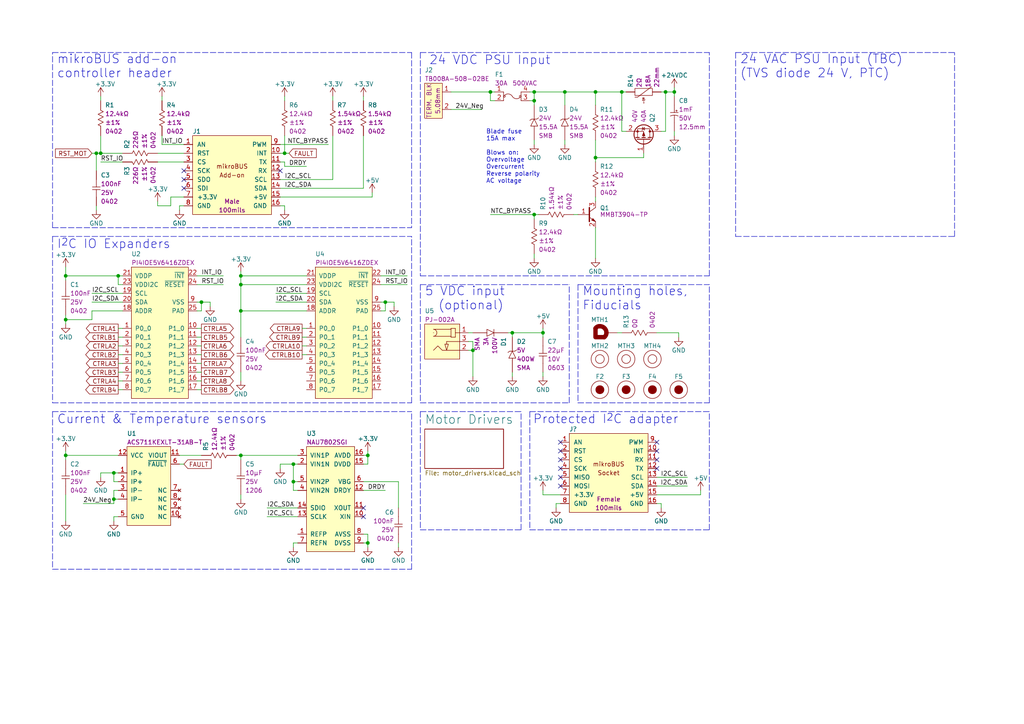
<source format=kicad_sch>
(kicad_sch (version 20211123) (generator eeschema)
  (paper "A4")
  (title_block (title "${title}") (date "${year}-${month}-${day}") (rev "${rev}") (company "${company}") (comment 1 "${author}"))
  (junction (at 142.24 26.67))
  (junction (at 19.05 92.71))
  (junction (at 154.94 26.67))
  (junction (at 27.94 44.45))
  (junction (at 180.34 26.67))
  (junction (at 82.55 44.45))
  (junction (at 163.83 26.67))
  (junction (at 85.09 134.62))
  (junction (at 85.09 139.7))
  (junction (at 137.16 101.6))
  (junction (at 29.21 44.45))
  (junction (at 111.76 87.63))
  (junction (at 154.94 29.21))
  (junction (at 33.02 137.16))
  (junction (at 195.58 26.67))
  (junction (at 34.29 80.01))
  (junction (at 69.85 132.08))
  (junction (at 69.85 90.17))
  (junction (at 148.59 96.52))
  (junction (at 19.05 132.08))
  (junction (at 106.68 157.48))
  (junction (at 193.04 26.67))
  (junction (at 58.42 87.63))
  (junction (at 33.02 144.78))
  (junction (at 172.72 26.67))
  (junction (at 157.48 96.52))
  (junction (at 69.85 82.55))
  (junction (at 19.05 80.01))
  (junction (at 106.68 132.08))
  (junction (at 154.94 62.23))
  (junction (at 69.85 80.01))
  (junction (at 172.72 45.72))
  (no_connect (at 81.28 49.53))
  (no_connect (at 162.56 135.89))
  (no_connect (at 190.5 135.89))
  (no_connect (at 162.56 128.27))
  (no_connect (at 53.34 54.61))
  (no_connect (at 162.56 140.97))
  (no_connect (at 190.5 133.35))
  (no_connect (at 162.56 130.81))
  (no_connect (at 105.41 147.32))
  (no_connect (at 190.5 128.27))
  (no_connect (at 53.34 52.07))
  (no_connect (at 162.56 133.35))
  (no_connect (at 190.5 130.81))
  (no_connect (at 162.56 138.43))
  (no_connect (at 53.34 49.53))
  (no_connect (at 105.41 149.86))
  (wire (pts (xy 81.28 41.91) (xy 95.25 41.91)))
  (wire (pts (xy 82.55 27.94) (xy 82.55 29.21)))
  (wire (pts (xy 85.09 142.24) (xy 86.36 142.24)))
  (wire (pts (xy 130.81 31.75) (xy 139.7 31.75)))
  (wire (pts (xy 86.36 139.7) (xy 85.09 139.7)))
  (polyline (pts (xy 121.92 15.24) (xy 205.74 15.24)))
  (wire (pts (xy 34.29 149.86) (xy 33.02 149.86)))
  (wire (pts (xy 137.16 99.06) (xy 137.16 101.6)))
  (wire (pts (xy 45.72 59.69) (xy 49.53 59.69)))
  (wire (pts (xy 69.85 132.08) (xy 68.58 132.08)))
  (wire (pts (xy 142.24 26.67) (xy 143.51 26.67)))
  (wire (pts (xy 85.09 139.7) (xy 85.09 142.24)))
  (polyline (pts (xy 213.36 15.24) (xy 276.86 15.24)))
  (wire (pts (xy 190.5 138.43) (xy 199.39 138.43)))
  (wire (pts (xy 191.77 26.67) (xy 193.04 26.67)))
  (wire (pts (xy 105.41 142.24) (xy 111.76 142.24)))
  (wire (pts (xy 114.3 87.63) (xy 114.3 88.9)))
  (wire (pts (xy 85.09 134.62) (xy 85.09 139.7)))
  (wire (pts (xy 181.61 38.1) (xy 180.34 38.1)))
  (wire (pts (xy 172.72 26.67) (xy 172.72 30.48)))
  (wire (pts (xy 45.72 59.69) (xy 45.72 58.42)))
  (polyline (pts (xy 15.24 119.38) (xy 119.38 119.38)))
  (wire (pts (xy 77.47 149.86) (xy 86.36 149.86)))
  (wire (pts (xy 81.28 59.69) (xy 82.55 59.69)))
  (wire (pts (xy 26.67 44.45) (xy 27.94 44.45)))
  (wire (pts (xy 154.94 40.64) (xy 154.94 41.91)))
  (wire (pts (xy 135.89 101.6) (xy 137.16 101.6)))
  (wire (pts (xy 58.42 110.49) (xy 57.15 110.49)))
  (wire (pts (xy 193.04 26.67) (xy 195.58 26.67)))
  (wire (pts (xy 154.94 26.67) (xy 163.83 26.67)))
  (wire (pts (xy 33.02 144.78) (xy 34.29 144.78)))
  (wire (pts (xy 34.29 107.95) (xy 35.56 107.95)))
  (wire (pts (xy 115.57 157.48) (xy 115.57 158.75)))
  (wire (pts (xy 33.02 144.78) (xy 33.02 146.05)))
  (polyline (pts (xy 213.36 15.24) (xy 213.36 68.58)))
  (wire (pts (xy 106.68 130.81) (xy 106.68 132.08)))
  (wire (pts (xy 111.76 87.63) (xy 114.3 87.63)))
  (wire (pts (xy 60.96 87.63) (xy 60.96 88.9)))
  (wire (pts (xy 195.58 25.4) (xy 195.58 26.67)))
  (wire (pts (xy 162.56 146.05) (xy 161.29 146.05)))
  (wire (pts (xy 34.29 80.01) (xy 34.29 82.55)))
  (wire (pts (xy 196.85 96.52) (xy 196.85 97.79)))
  (wire (pts (xy 163.83 40.64) (xy 163.83 41.91)))
  (wire (pts (xy 82.55 44.45) (xy 83.82 44.45)))
  (polyline (pts (xy 15.24 66.04) (xy 15.24 15.24)))
  (wire (pts (xy 157.48 143.51) (xy 157.48 142.24)))
  (wire (pts (xy 69.85 107.95) (xy 69.85 110.49)))
  (wire (pts (xy 142.24 62.23) (xy 154.94 62.23)))
  (wire (pts (xy 157.48 96.52) (xy 157.48 97.79)))
  (wire (pts (xy 45.72 44.45) (xy 53.34 44.45)))
  (wire (pts (xy 29.21 137.16) (xy 29.21 138.43)))
  (wire (pts (xy 77.47 147.32) (xy 86.36 147.32)))
  (wire (pts (xy 111.76 90.17) (xy 111.76 87.63)))
  (wire (pts (xy 203.2 143.51) (xy 203.2 142.24)))
  (wire (pts (xy 69.85 133.35) (xy 69.85 132.08)))
  (wire (pts (xy 34.29 102.87) (xy 35.56 102.87)))
  (wire (pts (xy 88.9 82.55) (xy 69.85 82.55)))
  (wire (pts (xy 147.32 96.52) (xy 148.59 96.52)))
  (wire (pts (xy 81.28 52.07) (xy 96.52 52.07)))
  (wire (pts (xy 19.05 143.51) (xy 19.05 151.13)))
  (wire (pts (xy 34.29 139.7) (xy 33.02 139.7)))
  (wire (pts (xy 34.29 80.01) (xy 35.56 80.01)))
  (wire (pts (xy 69.85 90.17) (xy 69.85 82.55)))
  (wire (pts (xy 87.63 102.87) (xy 88.9 102.87)))
  (wire (pts (xy 143.51 29.21) (xy 142.24 29.21)))
  (wire (pts (xy 190.5 140.97) (xy 199.39 140.97)))
  (polyline (pts (xy 165.1 116.84) (xy 165.1 82.55)))
  (wire (pts (xy 33.02 137.16) (xy 34.29 137.16)))
  (polyline (pts (xy 205.74 116.84) (xy 205.74 82.55)))
  (polyline (pts (xy 153.67 119.38) (xy 153.67 153.67)))
  (wire (pts (xy 148.59 96.52) (xy 148.59 97.79)))
  (wire (pts (xy 81.28 46.99) (xy 82.55 46.99)))
  (wire (pts (xy 19.05 92.71) (xy 19.05 93.98)))
  (wire (pts (xy 58.42 95.25) (xy 57.15 95.25)))
  (wire (pts (xy 82.55 48.26) (xy 82.55 46.99)))
  (wire (pts (xy 87.63 100.33) (xy 88.9 100.33)))
  (wire (pts (xy 88.9 80.01) (xy 69.85 80.01)))
  (wire (pts (xy 49.53 57.15) (xy 49.53 59.69)))
  (wire (pts (xy 186.69 45.72) (xy 172.72 45.72)))
  (wire (pts (xy 34.29 100.33) (xy 35.56 100.33)))
  (polyline (pts (xy 121.92 119.38) (xy 121.92 153.67)))
  (wire (pts (xy 35.56 90.17) (xy 26.67 90.17)))
  (polyline (pts (xy 15.24 15.24) (xy 119.38 15.24)))
  (wire (pts (xy 29.21 46.99) (xy 35.56 46.99)))
  (wire (pts (xy 53.34 57.15) (xy 49.53 57.15)))
  (polyline (pts (xy 121.92 80.01) (xy 205.74 80.01)))
  (wire (pts (xy 191.77 38.1) (xy 193.04 38.1)))
  (polyline (pts (xy 121.92 119.38) (xy 151.13 119.38)))
  (polyline (pts (xy 153.67 119.38) (xy 205.74 119.38)))
  (wire (pts (xy 154.94 26.67) (xy 154.94 29.21)))
  (wire (pts (xy 81.28 44.45) (xy 82.55 44.45)))
  (wire (pts (xy 86.36 134.62) (xy 85.09 134.62)))
  (wire (pts (xy 69.85 90.17) (xy 88.9 90.17)))
  (polyline (pts (xy 151.13 153.67) (xy 151.13 119.38)))
  (wire (pts (xy 105.41 39.37) (xy 105.41 54.61)))
  (wire (pts (xy 153.67 26.67) (xy 154.94 26.67)))
  (wire (pts (xy 19.05 133.35) (xy 19.05 132.08)))
  (wire (pts (xy 85.09 134.62) (xy 81.28 134.62)))
  (wire (pts (xy 161.29 146.05) (xy 161.29 147.32)))
  (wire (pts (xy 57.15 90.17) (xy 58.42 90.17)))
  (wire (pts (xy 52.07 132.08) (xy 58.42 132.08)))
  (polyline (pts (xy 276.86 68.58) (xy 276.86 15.24)))
  (wire (pts (xy 105.41 154.94) (xy 106.68 154.94)))
  (wire (pts (xy 172.72 26.67) (xy 180.34 26.67)))
  (wire (pts (xy 106.68 157.48) (xy 106.68 158.75)))
  (polyline (pts (xy 205.74 153.67) (xy 205.74 119.38)))
  (wire (pts (xy 86.36 157.48) (xy 85.09 157.48)))
  (wire (pts (xy 52.07 134.62) (xy 53.34 134.62)))
  (wire (pts (xy 110.49 90.17) (xy 111.76 90.17)))
  (wire (pts (xy 190.5 143.51) (xy 203.2 143.51)))
  (wire (pts (xy 35.56 82.55) (xy 34.29 82.55)))
  (wire (pts (xy 26.67 85.09) (xy 35.56 85.09)))
  (polyline (pts (xy 121.92 15.24) (xy 121.92 80.01)))
  (wire (pts (xy 179.07 96.52) (xy 180.34 96.52)))
  (polyline (pts (xy 121.92 116.84) (xy 165.1 116.84)))
  (polyline (pts (xy 167.64 82.55) (xy 205.74 82.55)))
  (wire (pts (xy 157.48 107.95) (xy 157.48 109.22)))
  (wire (pts (xy 110.49 87.63) (xy 111.76 87.63)))
  (polyline (pts (xy 119.38 116.84) (xy 119.38 68.58)))
  (polyline (pts (xy 121.92 153.67) (xy 151.13 153.67)))
  (wire (pts (xy 81.28 134.62) (xy 81.28 135.89)))
  (wire (pts (xy 19.05 130.81) (xy 19.05 132.08)))
  (wire (pts (xy 27.94 59.69) (xy 27.94 60.96)))
  (wire (pts (xy 19.05 80.01) (xy 19.05 77.47)))
  (wire (pts (xy 135.89 96.52) (xy 137.16 96.52)))
  (wire (pts (xy 82.55 59.69) (xy 82.55 60.96)))
  (wire (pts (xy 57.15 87.63) (xy 58.42 87.63)))
  (wire (pts (xy 34.29 95.25) (xy 35.56 95.25)))
  (wire (pts (xy 190.5 146.05) (xy 191.77 146.05)))
  (wire (pts (xy 195.58 27.94) (xy 195.58 26.67)))
  (wire (pts (xy 69.85 132.08) (xy 86.36 132.08)))
  (wire (pts (xy 29.21 44.45) (xy 35.56 44.45)))
  (wire (pts (xy 19.05 92.71) (xy 26.67 92.71)))
  (polyline (pts (xy 15.24 119.38) (xy 15.24 165.1)))
  (wire (pts (xy 19.05 80.01) (xy 34.29 80.01)))
  (wire (pts (xy 148.59 96.52) (xy 157.48 96.52)))
  (wire (pts (xy 190.5 96.52) (xy 196.85 96.52)))
  (wire (pts (xy 19.05 91.44) (xy 19.05 92.71)))
  (wire (pts (xy 34.29 142.24) (xy 33.02 142.24)))
  (wire (pts (xy 195.58 38.1) (xy 195.58 39.37)))
  (wire (pts (xy 34.29 113.03) (xy 35.56 113.03)))
  (wire (pts (xy 96.52 27.94) (xy 96.52 29.21)))
  (wire (pts (xy 154.94 73.66) (xy 154.94 74.93)))
  (polyline (pts (xy 121.92 82.55) (xy 165.1 82.55)))
  (wire (pts (xy 33.02 139.7) (xy 33.02 137.16)))
  (wire (pts (xy 148.59 107.95) (xy 148.59 109.22)))
  (wire (pts (xy 163.83 26.67) (xy 163.83 30.48)))
  (wire (pts (xy 58.42 113.03) (xy 57.15 113.03)))
  (wire (pts (xy 19.05 81.28) (xy 19.05 80.01)))
  (wire (pts (xy 172.72 66.04) (xy 172.72 74.93)))
  (wire (pts (xy 45.72 46.99) (xy 53.34 46.99)))
  (wire (pts (xy 46.99 27.94) (xy 46.99 29.21)))
  (wire (pts (xy 142.24 29.21) (xy 142.24 26.67)))
  (wire (pts (xy 27.94 49.53) (xy 27.94 44.45)))
  (wire (pts (xy 157.48 95.25) (xy 157.48 96.52)))
  (wire (pts (xy 193.04 26.67) (xy 193.04 38.1)))
  (wire (pts (xy 180.34 26.67) (xy 181.61 26.67)))
  (wire (pts (xy 154.94 29.21) (xy 154.94 30.48)))
  (polyline (pts (xy 119.38 165.1) (xy 119.38 119.38)))
  (wire (pts (xy 87.63 95.25) (xy 88.9 95.25)))
  (wire (pts (xy 19.05 132.08) (xy 34.29 132.08)))
  (wire (pts (xy 130.81 26.67) (xy 142.24 26.67)))
  (wire (pts (xy 105.41 132.08) (xy 106.68 132.08)))
  (wire (pts (xy 69.85 90.17) (xy 69.85 97.79)))
  (polyline (pts (xy 167.64 116.84) (xy 205.74 116.84)))
  (wire (pts (xy 106.68 154.94) (xy 106.68 157.48)))
  (wire (pts (xy 85.09 157.48) (xy 85.09 158.75)))
  (wire (pts (xy 58.42 87.63) (xy 60.96 87.63)))
  (wire (pts (xy 172.72 45.72) (xy 172.72 46.99)))
  (wire (pts (xy 58.42 105.41) (xy 57.15 105.41)))
  (wire (pts (xy 154.94 62.23) (xy 156.21 62.23)))
  (wire (pts (xy 105.41 134.62) (xy 106.68 134.62)))
  (wire (pts (xy 81.28 54.61) (xy 105.41 54.61)))
  (wire (pts (xy 105.41 157.48) (xy 106.68 157.48)))
  (wire (pts (xy 135.89 99.06) (xy 137.16 99.06)))
  (wire (pts (xy 154.94 62.23) (xy 154.94 63.5)))
  (polyline (pts (xy 213.36 68.58) (xy 276.86 68.58)))
  (wire (pts (xy 80.01 87.63) (xy 88.9 87.63)))
  (wire (pts (xy 26.67 87.63) (xy 35.56 87.63)))
  (wire (pts (xy 33.02 142.24) (xy 33.02 144.78)))
  (wire (pts (xy 180.34 26.67) (xy 180.34 38.1)))
  (wire (pts (xy 57.15 80.01) (xy 64.77 80.01)))
  (wire (pts (xy 110.49 82.55) (xy 118.11 82.55)))
  (polyline (pts (xy 15.24 68.58) (xy 119.38 68.58)))
  (polyline (pts (xy 119.38 15.24) (xy 119.38 66.04)))
  (wire (pts (xy 172.72 45.72) (xy 172.72 40.64)))
  (wire (pts (xy 110.49 80.01) (xy 118.11 80.01)))
  (wire (pts (xy 33.02 149.86) (xy 33.02 151.13)))
  (wire (pts (xy 87.63 97.79) (xy 88.9 97.79)))
  (polyline (pts (xy 121.92 82.55) (xy 121.92 116.84)))
  (wire (pts (xy 58.42 100.33) (xy 57.15 100.33)))
  (wire (pts (xy 24.13 146.05) (xy 33.02 146.05)))
  (wire (pts (xy 82.55 48.26) (xy 88.9 48.26)))
  (wire (pts (xy 105.41 27.94) (xy 105.41 29.21)))
  (wire (pts (xy 57.15 82.55) (xy 64.77 82.55)))
  (wire (pts (xy 69.85 143.51) (xy 69.85 144.78)))
  (wire (pts (xy 137.16 101.6) (xy 137.16 109.22)))
  (polyline (pts (xy 153.67 153.67) (xy 205.74 153.67)))
  (polyline (pts (xy 15.24 66.04) (xy 119.38 66.04)))
  (wire (pts (xy 34.29 110.49) (xy 35.56 110.49)))
  (polyline (pts (xy 205.74 80.01) (xy 205.74 15.24)))
  (polyline (pts (xy 15.24 116.84) (xy 119.38 116.84)))
  (wire (pts (xy 96.52 39.37) (xy 96.52 52.07)))
  (wire (pts (xy 52.07 60.96) (xy 52.07 59.69)))
  (wire (pts (xy 58.42 102.87) (xy 57.15 102.87)))
  (polyline (pts (xy 167.64 82.55) (xy 167.64 116.84)))
  (wire (pts (xy 46.99 39.37) (xy 46.99 41.91)))
  (wire (pts (xy 106.68 134.62) (xy 106.68 132.08)))
  (wire (pts (xy 81.28 57.15) (xy 107.95 57.15)))
  (wire (pts (xy 186.69 44.45) (xy 186.69 45.72)))
  (polyline (pts (xy 15.24 165.1) (xy 119.38 165.1)))
  (wire (pts (xy 52.07 59.69) (xy 53.34 59.69)))
  (wire (pts (xy 29.21 27.94) (xy 29.21 29.21)))
  (wire (pts (xy 58.42 107.95) (xy 57.15 107.95)))
  (wire (pts (xy 69.85 80.01) (xy 69.85 78.74)))
  (wire (pts (xy 27.94 44.45) (xy 29.21 44.45)))
  (wire (pts (xy 191.77 146.05) (xy 191.77 147.32)))
  (wire (pts (xy 29.21 39.37) (xy 29.21 44.45)))
  (wire (pts (xy 166.37 62.23) (xy 167.64 62.23)))
  (wire (pts (xy 153.67 29.21) (xy 154.94 29.21)))
  (wire (pts (xy 34.29 97.79) (xy 35.56 97.79)))
  (wire (pts (xy 163.83 26.67) (xy 172.72 26.67)))
  (wire (pts (xy 162.56 143.51) (xy 157.48 143.51)))
  (wire (pts (xy 33.02 137.16) (xy 29.21 137.16)))
  (wire (pts (xy 172.72 57.15) (xy 172.72 58.42)))
  (wire (pts (xy 26.67 90.17) (xy 26.67 92.71)))
  (wire (pts (xy 58.42 87.63) (xy 58.42 90.17)))
  (wire (pts (xy 82.55 39.37) (xy 82.55 44.45)))
  (wire (pts (xy 80.01 85.09) (xy 88.9 85.09)))
  (wire (pts (xy 34.29 105.41) (xy 35.56 105.41)))
  (wire (pts (xy 46.99 41.91) (xy 53.34 41.91)))
  (wire (pts (xy 105.41 139.7) (xy 115.57 139.7)))
  (wire (pts (xy 69.85 82.55) (xy 69.85 80.01)))
  (wire (pts (xy 107.95 55.88) (xy 107.95 57.15)))
  (polyline (pts (xy 15.24 68.58) (xy 15.24 116.84)))
  (wire (pts (xy 58.42 97.79) (xy 57.15 97.79)))
  (wire (pts (xy 115.57 139.7) (xy 115.57 147.32)))
  (text "24 VAC PSU Input (TBC)\n(TVS diode 24 V, PTC)" (at 214.63 22.86 0) (effects (font (size 2.54 2.54)) (justify left bottom)))
  (text "24 VDC PSU Input" (at 124.46 19.05 0) (effects (font (size 2.54 2.54)) (justify left bottom)))
  (text "Blade fuse\n15A max\n\nBlows on:\nOvervoltage\nOvercurrent\nReverse polarity\nAC voltage" (at 140.97 53.34 0) (effects (font (size 1.27 1.27)) (justify left bottom)))
  (text "5 VDC input \n  (optional)" (at 123.19 90.17 0) (effects (font (size 2.54 2.54)) (justify left bottom)))
  (text "Protected I^{2}C adapter" (at 196.85 123.19 180) (effects (font (size 2.54 2.54)) (justify right bottom)))
  (text "I^{2}C IO Expanders" (at 16.51 72.39 0) (effects (font (size 2.54 2.54)) (justify left bottom)))
  (text "mikroBUS add-on\ncontroller header" (at 16.51 22.86 0) (effects (font (size 2.54 2.54)) (justify left bottom)))
  (text "Mounting holes, \nFiducials" (at 168.91 90.17 0) (effects (font (size 2.54 2.54)) (justify left bottom)))
  (text "Current & Temperature sensors" (at 16.51 123.19 0) (effects (font (size 2.54 2.54)) (justify left bottom)))
  (label "I2C_SDA" (at 80.01 87.63 0))
  (label "I2C_SCL" (at 77.47 149.86 0))
  (label "I2C_SDA" (at 26.67 87.63 0))
  (label "NTC_BYPASS" (at 95.25 41.91 180))
  (label "24V_Neg" (at 132.08 31.75 0))
  (label "INT_IO" (at 46.99 41.91 0))
  (label "INT_IO" (at 111.76 80.01 0))
  (label "I2C_SCL" (at 199.39 138.43 180))
  (label "RST_IO" (at 111.76 82.55 0))
  (label "I2C_SDA" (at 77.47 147.32 0))
  (label "RST_IO" (at 29.21 46.99 0))
  (label "I2C_SDA" (at 199.39 140.97 180))
  (label "I2C_SCL" (at 80.01 85.09 0))
  (label "INT_IO" (at 58.42 80.01 0))
  (label "I2C_SCL" (at 82.55 52.07 0))
  (label "24V_Neg" (at 24.13 146.05 0))
  (label "RST_IO" (at 58.42 82.55 0))
  (label "I2C_SCL" (at 26.67 85.09 0))
  (label "DRDY" (at 88.9 48.26 180))
  (label "DRDY" (at 111.76 142.24 180))
  (label "I2C_SDA" (at 82.55 54.61 0))
  (label "NTC_BYPASS" (at 142.24 62.23 0))
  (global_label "FAULT" (shape input) (at 53.34 134.62 0) (property "Intersheet References" "${INTERSHEET_REFS}" (effects hide)))
  (global_label "CTRLB6" (shape output) (at 58.42 102.87 0) (property "Intersheet References" "${INTERSHEET_REFS}" (effects hide)))
  (global_label "CTRLA9" (shape output) (at 87.63 95.25 180) (property "Intersheet References" "${INTERSHEET_REFS}" (effects hide)))
  (global_label "RST_MOT" (shape input) (at 26.67 44.45 180) (property "Intersheet References" "${INTERSHEET_REFS}" (effects hide)))
  (global_label "CTRLA6" (shape output) (at 58.42 100.33 0) (property "Intersheet References" "${INTERSHEET_REFS}" (effects hide)))
  (global_label "CTRLB2" (shape output) (at 34.29 102.87 180) (property "Intersheet References" "${INTERSHEET_REFS}" (effects hide)))
  (global_label "CTRLA5" (shape output) (at 58.42 95.25 0) (property "Intersheet References" "${INTERSHEET_REFS}" (effects hide)))
  (global_label "CTRLB1" (shape output) (at 34.29 97.79 180) (property "Intersheet References" "${INTERSHEET_REFS}" (effects hide)))
  (global_label "CTRLB4" (shape output) (at 34.29 113.03 180) (property "Intersheet References" "${INTERSHEET_REFS}" (effects hide)))
  (global_label "CTRLA10" (shape output) (at 87.63 100.33 180) (property "Intersheet References" "${INTERSHEET_REFS}" (effects hide)))
  (global_label "CTRLB8" (shape output) (at 58.42 113.03 0) (property "Intersheet References" "${INTERSHEET_REFS}" (effects hide)))
  (global_label "CTRLA7" (shape output) (at 58.42 105.41 0) (property "Intersheet References" "${INTERSHEET_REFS}" (effects hide)))
  (global_label "CTRLA4" (shape output) (at 34.29 110.49 180) (property "Intersheet References" "${INTERSHEET_REFS}" (effects hide)))
  (global_label "CTRLB9" (shape output) (at 87.63 97.79 180) (property "Intersheet References" "${INTERSHEET_REFS}" (effects hide)))
  (global_label "CTRLB5" (shape output) (at 58.42 97.79 0) (property "Intersheet References" "${INTERSHEET_REFS}" (effects hide)))
  (global_label "CTRLB3" (shape output) (at 34.29 107.95 180) (property "Intersheet References" "${INTERSHEET_REFS}" (effects hide)))
  (global_label "CTRLA3" (shape output) (at 34.29 105.41 180) (property "Intersheet References" "${INTERSHEET_REFS}" (effects hide)))
  (global_label "CTRLA1" (shape output) (at 34.29 95.25 180) (property "Intersheet References" "${INTERSHEET_REFS}" (effects hide)))
  (global_label "CTRLA2" (shape output) (at 34.29 100.33 180) (property "Intersheet References" "${INTERSHEET_REFS}" (effects hide)))
  (global_label "CTRLA8" (shape output) (at 58.42 110.49 0) (property "Intersheet References" "${INTERSHEET_REFS}" (effects hide)))
  (global_label "CTRLB7" (shape output) (at 58.42 107.95 0) (property "Intersheet References" "${INTERSHEET_REFS}" (effects hide)))
  (global_label "CTRLB10" (shape output) (at 87.63 102.87 180) (property "Intersheet References" "${INTERSHEET_REFS}" (effects hide)))
  (global_label "FAULT" (shape input) (at 83.82 44.45 0) (property "Intersheet References" "${INTERSHEET_REFS}" (effects hide)))
  (symbol (lib_id "power:GND") (at 106.68 158.75 0) (unit 1)
    (property "Reference" "#PWR023" (effects hide))
    (property "Value" "GND" (at 106.68 162.56 0))
  )
  (symbol (lib_id "connaxio-diodes:DIO_TVS_24V_UNI_SMB") (at 154.94 35.56 0) (unit 1)
    (property "Reference" "D3" (at 156.21 31.75 0) (effects (justify left)))
    (property "Value" "DIO_TVS_24V_UNI_SMB" (effects hide))
    (property "Footprint" "connaxio-diodes:DO-124AA_SMB" (effects hide))
    (property "Datasheet" "https://www.littelfuse.com/~/media/electronics/datasheets/tvs_diodes/littelfuse_tvs_diode_smbj_datasheet.pdf.pdf" (effects hide))
    (property "Current" "15.5A" (at 156.21 36.83 0) (effects (justify left)))
    (property "Manufacturer" "Littelfuse Inc." (effects hide))
    (property "Manufacturer Part Number" "SMBJ24A" (effects hide))
    (property "Package" "SMB" (at 156.21 39.37 0) (effects (justify left)))
    (property "Temperature" "-65°C to +150°C" (effects hide))
    (property "Polarized" "Yes" (effects hide))
    (property "Voltage" "24V" (at 156.21 34.29 0) (effects (justify left)))
  )
  (symbol (lib_id "power:+3.3V") (at 69.85 78.74 0) (unit 1)
    (property "Reference" "#PWR013" (effects hide))
    (property "Value" "+3.3V" (at 69.85 75.184 0))
  )
  (symbol (lib_id "power:+3.3V") (at 46.99 27.94 0) (unit 1)
    (property "Reference" "#PWR010" (effects hide))
    (property "Value" "+3.3V" (at 48.26 24.384 0))
  )
  (symbol (lib_id "connaxio-resistors:NTC_SL22 2R018") (at 186.69 26.67 90) (unit 1)
    (property "Reference" "R14" (at 182.88 25.4 0) (effects (justify left)))
    (property "Value" "NTC_SL22 2R018" (effects hide))
    (property "Footprint" "connaxio-resistors:RV_DISC_D22_W6_P7.8" (effects hide))
    (property "Datasheet" "https://www.ametherm.com/datasheetspdf/SL222R018.pdf" (effects hide))
    (property "Manufacturer" "Stackpole Electronics Inc" (effects hide))
    (property "Manufacturer Part Number" "SL22 2R018" (effects hide))
    (property "Package" "22mm" (at 190.5 25.4 0) (effects (justify left)))
    (property "Polarized" "No" (effects hide))
    (property "Power" "1/16W" (effects hide))
    (property "Property" "2Ω" (at 185.42 25.4 0) (effects (justify left)))
    (property "Temperature" "-55°C to +214°C" (effects hide))
    (property "Tolerance" "20%" (effects hide))
    (property "Voltage" "50V" (effects hide))
    (property "Current" "18A" (at 187.96 25.4 0) (effects (justify left)))
  )
  (symbol (lib_id "power:+5V") (at 203.2 142.24 0) (unit 1)
    (property "Reference" "#PWR?" (effects hide))
    (property "Value" "+5V" (at 203.2 138.684 0))
  )
  (symbol (lib_id "power:GND") (at 163.83 41.91 0) (unit 1)
    (property "Reference" "#PWR033" (effects hide))
    (property "Value" "GND" (at 163.83 45.72 0))
  )
  (symbol (lib_id "power:GND") (at 195.58 39.37 0) (unit 1)
    (property "Reference" "#PWR036" (effects hide))
    (property "Value" "GND" (at 195.58 43.18 0))
  )
  (symbol (lib_id "power:GND") (at 19.05 151.13 0) (unit 1)
    (property "Reference" "#PWR04" (effects hide))
    (property "Value" "GND" (at 19.05 154.94 0))
  )
  (symbol (lib_id "connaxio-transistors:TRX_NPN_MMBT3904-TP") (at 171.45 62.23 0) (unit 1)
    (property "Reference" "Q1" (at 173.99 60.325 0) (effects (justify left)))
    (property "Value" "TRX_NPN_MMBT3904-TP" (effects hide))
    (property "Footprint" "connaxio-sop:SOT-23-3" (effects hide))
    (property "Datasheet" "https://www.mccsemi.com/pdf/Products/MMBT3904(SOT-23).pdf" (effects hide))
    (property "Current" "200mA" (effects hide))
    (property "Manufacturer" "Micro Commercial Co" (effects hide))
    (property "Manufacturer Part Number" "MMBT3904-TP" (at 173.99 62.23 0) (effects (justify left)))
    (property "Package" "SOT-23-3" (effects hide))
    (property "Polarized" "No" (effects hide))
    (property "Temperature" "-55°C to +150°C" (effects hide))
    (property "Voltage" "40V" (effects hide))
    (property "Property" "NPN" (effects hide))
  )
  (symbol (lib_id "connaxio-resistors:RES_1.54KΩ_1%_0402") (at 161.29 62.23 90) (unit 1)
    (property "Reference" "R10" (at 157.48 60.96 0) (effects (justify left)))
    (property "Value" "RES_1.54KΩ_1%_0402" (effects hide))
    (property "Footprint" "connaxio-resistors:RES_0402_1005M" (effects hide))
    (property "Datasheet" "https://www.seielect.com/catalog/sei-rmcf_rmcp.pdf" (effects hide))
    (property "Manufacturer" "Stackpole Electronics Inc" (effects hide))
    (property "Manufacturer Part Number" "RMCF0402FT1K54" (effects hide))
    (property "Package" "0402" (at 165.1 60.96 0) (effects (justify left)))
    (property "Polarized" "No" (effects hide))
    (property "Power" "1/16W" (effects hide))
    (property "Property" "1.54kΩ" (at 160.02 60.96 0) (effects (justify left)))
    (property "Temperature" "-55°C to +155°C" (effects hide))
    (property "Tolerance" "±1%" (at 162.56 60.96 0) (effects (justify left)))
    (property "Voltage" "50V" (effects hide))
  )
  (symbol (lib_id "power:GND") (at 172.72 74.93 0) (unit 1)
    (property "Reference" "#PWR034" (effects hide))
    (property "Value" "GND" (at 172.72 78.74 0))
  )
  (symbol (lib_id "connaxio-mechanical:FID_1X3") (at 189.23 113.03 0) (unit 1) (in_bom no)
    (property "Reference" "F4" (at 189.23 109.22 0))
    (property "Value" "FID_1X3" (effects hide))
    (property "Footprint" "connaxio-mechanical:FID_1X3" (effects hide))
  )
  (symbol (lib_id "connaxio-diodes:DIO_TVS_5V_UNI_SMA") (at 148.59 102.87 0) (unit 1)
    (property "Reference" "D2" (at 149.86 99.06 0) (effects (justify left)))
    (property "Value" "DIO_TVS_5V_UNI_SMA" (effects hide))
    (property "Footprint" "connaxio-diodes:DO-214AC_SMA" (effects hide))
    (property "Datasheet" "https://www.littelfuse.com/~/media/electronics/datasheets/tvs_diodes/littelfuse_tvs_diode_smaj_datasheet.pdf.pdf" (effects hide))
    (property "Current" "43.5A" (effects hide))
    (property "Manufacturer" "Littelfuse Inc." (effects hide))
    (property "Manufacturer Part Number" "SMAJ5.0A" (effects hide))
    (property "Package" "SMA" (at 149.86 106.68 0) (effects (justify left)))
    (property "Temperature" "-65°C to +150°C" (effects hide))
    (property "Polarized" "Yes" (effects hide))
    (property "Voltage" "5V" (at 149.86 101.6 0) (effects (justify left)))
    (property "Power" "400W" (at 149.86 104.14 0) (effects (justify left)))
  )
  (symbol (lib_id "connaxio-resistors:RES_1.54KΩ_1%_0402") (at 96.52 34.29 0) (unit 1)
    (property "Reference" "R7" (at 97.79 30.48 0) (effects (justify left)))
    (property "Value" "RES_1.54KΩ_1%_0402" (effects hide))
    (property "Footprint" "connaxio-resistors:RES_0402_1005M" (effects hide))
    (property "Datasheet" "https://www.seielect.com/catalog/sei-rmcf_rmcp.pdf" (effects hide))
    (property "Manufacturer" "Stackpole Electronics Inc" (effects hide))
    (property "Manufacturer Part Number" "RMCF0402FT1K54" (effects hide))
    (property "Package" "0402" (at 97.79 38.1 0) (effects (justify left)))
    (property "Polarized" "No" (effects hide))
    (property "Power" "1/16W" (effects hide))
    (property "Property" "1.54kΩ" (at 97.79 33.02 0) (effects (justify left)))
    (property "Temperature" "-55°C to +155°C" (effects hide))
    (property "Tolerance" "±1%" (at 97.79 35.56 0) (effects (justify left)))
    (property "Voltage" "50V" (effects hide))
  )
  (symbol (lib_id "power:+3.3V") (at 45.72 58.42 0) (unit 1)
    (property "Reference" "#PWR09" (effects hide))
    (property "Value" "+3.3V" (at 45.72 54.864 0))
  )
  (symbol (lib_id "power:+3.3V") (at 29.21 27.94 0) (unit 1)
    (property "Reference" "#PWR06" (effects hide))
    (property "Value" "+3.3V" (at 30.48 24.384 0))
  )
  (symbol (lib_id "power:GND") (at 191.77 147.32 0) (unit 1)
    (property "Reference" "#PWR?" (effects hide))
    (property "Value" "GND" (at 191.77 151.13 0))
  )
  (symbol (lib_id "power:GND") (at 85.09 158.75 0) (unit 1)
    (property "Reference" "#PWR019" (effects hide))
    (property "Value" "GND" (at 85.09 162.56 0))
  )
  (symbol (lib_id "power:+5V") (at 107.95 55.88 0) (unit 1)
    (property "Reference" "#PWR024" (effects hide))
    (property "Value" "+5V" (at 107.95 52.324 0))
  )
  (symbol (lib_id "connaxio-capacitors:CAP_CER_100NF_25V_0402") (at 19.05 138.43 0) (unit 1)
    (property "Reference" "C2" (at 20.32 134.62 0) (effects (justify left)))
    (property "Value" "CAP_CER_100NF_25V_0402" (effects hide))
    (property "Footprint" "connaxio-capacitors:CAP_CER_0402_1005M" (effects hide))
    (property "Datasheet" "https://media.digikey.com/pdf/Data%20Sheets/Samsung%20PDFs/CL05A104KA5NNNC.pdf" (effects hide))
    (property "Property" "100nF" (at 20.32 137.16 0) (effects (justify left)))
    (property "Manufacturer" "Samsung Electro-Mechanics" (effects hide))
    (property "Manufacturer Part Number" "CL05A104KA5NNNC" (effects hide))
    (property "Package" "0402" (at 20.32 142.24 0) (effects (justify left)))
    (property "Polarized" "No" (effects hide))
    (property "Temperature" "-55°C to +85°C" (effects hide))
    (property "Tolerance" "±10%" (effects hide))
    (property "Voltage" "25V" (at 20.32 139.7 0) (effects (justify left)))
  )
  (symbol (lib_id "connaxio-capacitors:CAP_CER_10UF_25V_1206") (at 69.85 138.43 0) (unit 1)
    (property "Reference" "C5" (at 71.12 134.62 0) (effects (justify left)))
    (property "Value" "CAP_CER_10UF_25V_1206" (effects hide))
    (property "Footprint" "connaxio-capacitors:CAP_CER_1206_3216M" (effects hide))
    (property "Datasheet" "https://www.digikey.ca/en/products/detail/samsung-electro-mechanics/CL21B104KCFSFNE/3888581" (effects hide))
    (property "Property" "10µF" (at 71.12 137.16 0) (effects (justify left)))
    (property "Manufacturer" "Samsung Electro-Mechanics" (effects hide))
    (property "Manufacturer Part Number" "CL31A106KAHNNNE" (effects hide))
    (property "Package" "1206" (at 71.12 142.24 0) (effects (justify left)))
    (property "Polarized" "No" (effects hide))
    (property "Temperature" "-55°C to +85°C" (effects hide))
    (property "Tolerance" "±10%" (effects hide))
    (property "Voltage" "25V" (at 71.12 139.7 0) (effects (justify left)))
  )
  (symbol (lib_id "connaxio-ic:IO_EXP_PI4IOE5V6416ZDEX") (at 91.44 77.47 0) (unit 1)
    (property "Reference" "U4" (at 91.44 73.66 0) (effects (justify left)))
    (property "Value" "IO_EXP_PI4IOE5V6416ZDEX" (effects hide))
    (property "Footprint" "connaxio-fp:QFN-24_4x4_P0.5_EP2.7X2.7" (effects hide))
    (property "Datasheet" "https://www.diodes.com/assets/Datasheets/PI4IOE5V6416.pdf" (effects hide))
    (property "Manufacturer" "Diodes Incorporated" (effects hide))
    (property "Manufacturer Part Number" "PI4IOE5V6416ZDEX" (at 91.44 76.2 0) (effects (justify left)))
    (property "Package" "24-VFQFN-EP" (effects hide))
    (property "Polarized" "Yes" (effects hide))
    (property "RoHS" "Yes" (effects hide))
    (property "Temperature" "-40°C to +85°C" (effects hide))
    (property "Voltage" "1.65V to 5.5V" (effects hide))
  )
  (symbol (lib_id "connaxio-resistors:RES_12.4KΩ_1%_0402") (at 82.55 34.29 0) (unit 1)
    (property "Reference" "R6" (at 83.82 30.48 0) (effects (justify left)))
    (property "Value" "RES_12.4KΩ_1%_0402" (effects hide))
    (property "Footprint" "connaxio-resistors:RES_0402_1005M" (effects hide))
    (property "Datasheet" "https://www.seielect.com/catalog/sei-rmcf_rmcp.pdf" (effects hide))
    (property "Manufacturer" "Stackpole Electronics Inc" (effects hide))
    (property "Manufacturer Part Number" "RMCF0402FT12K4" (effects hide))
    (property "Package" "0402" (at 83.82 38.1 0) (effects (justify left)))
    (property "Polarized" "No" (effects hide))
    (property "Power" "1/16W" (effects hide))
    (property "Property" "12.4kΩ" (at 83.82 33.02 0) (effects (justify left)))
    (property "Temperature" "-55°C to +155°C" (effects hide))
    (property "Tolerance" "±1%" (at 83.82 35.56 0) (effects (justify left)))
    (property "Voltage" "50V" (effects hide))
  )
  (symbol (lib_id "power:GND") (at 148.59 109.22 0) (unit 1)
    (property "Reference" "#PWR028" (effects hide))
    (property "Value" "GND" (at 148.59 113.03 0))
  )
  (symbol (lib_id "power:GND") (at 27.94 60.96 0) (unit 1)
    (property "Reference" "#PWR05" (effects hide))
    (property "Value" "GND" (at 27.94 64.77 0))
  )
  (symbol (lib_id "power:GND") (at 157.48 109.22 0) (unit 1)
    (property "Reference" "#PWR032" (effects hide))
    (property "Value" "GND" (at 157.48 113.03 0))
  )
  (symbol (lib_id "connaxio-connectors:CON_BARREL_2.1X5.5_PJ-002A") (at 123.19 93.98 0) (unit 1)
    (property "Reference" "U5" (at 123.19 90.17 0) (effects (justify left)))
    (property "Value" "CON_BARREL_2.1X5.5_PJ-002A" (effects hide))
    (property "Footprint" "connaxio-connectors:CON_BARREL_2.1X5.5_PJ-002A" (effects hide))
    (property "Datasheet" "https://www.cuidevices.com/product/resource/pj-002a.pdf" (effects hide))
    (property "Current" "2.5A" (effects hide))
    (property "Manufacturer" "CUI Devices" (effects hide))
    (property "Manufacturer Part Number" "PJ-002A" (at 123.19 92.71 0) (effects (justify left)))
    (property "Polarized" "Yes" (effects hide))
    (property "RoHS" "Yes" (effects hide))
    (property "Temperature" "-25°C ~ 85°C" (effects hide))
    (property "Voltage" "24V" (effects hide))
  )
  (symbol (lib_id "power:+3.3V") (at 82.55 27.94 0) (unit 1)
    (property "Reference" "#PWR017" (effects hide))
    (property "Value" "+3.3V" (at 82.55 24.384 0))
  )
  (symbol (lib_id "power:GND") (at 137.16 109.22 0) (unit 1)
    (property "Reference" "#PWR027" (effects hide))
    (property "Value" "GND" (at 137.16 113.03 0))
  )
  (symbol (lib_id "connaxio-resistors:RES_226Ω_1%_0402") (at 40.64 46.99 90) (mirror x) (unit 1)
    (property "Reference" "R3" (at 36.83 48.26 0) (effects (justify left)))
    (property "Value" "RES_226Ω_1%_0402" (effects hide))
    (property "Footprint" "connaxio-resistors:RES_0402_1005M" (effects hide))
    (property "Datasheet" "https://www.seielect.com/catalog/sei-rmcf_rmcp.pdf" (effects hide))
    (property "Manufacturer" "Stackpole Electronics Inc" (effects hide))
    (property "Manufacturer Part Number" "RMCF0402FT226R" (effects hide))
    (property "Package" "0402" (at 44.45 48.26 0) (effects (justify left)))
    (property "Polarized" "No" (effects hide))
    (property "Power" "1/16W" (effects hide))
    (property "Property" "226Ω" (at 39.37 48.26 0) (effects (justify left)))
    (property "Temperature" "-55°C to +155°C" (effects hide))
    (property "Tolerance" "±1%" (at 41.91 48.26 0) (effects (justify left)))
    (property "Voltage" "50V" (effects hide))
  )
  (symbol (lib_id "connaxio-connectors:CON_HDR_MIKROBUS_ADDON_TH") (at 55.88 39.37 0) (unit 1)
    (property "Reference" "J1" (at 55.88 38.1 0) (effects (justify left)))
    (property "Value" "CON_HDR_MIKROBUS_ADDON_TH" (effects hide))
    (property "Footprint" "connaxio-connectors:CON_HDR_MIKROBUS_ADDON_TH" (effects hide))
    (property "Current" "3A" (effects hide))
    (property "Polarized" "No" (effects hide))
    (property "Temperature" "-40°C to +105°C" (effects hide))
    (property "Property" "100mils" (at 67.31 60.96 0))
    (property "Voltage" "350V" (effects hide))
    (property "Note" "Male" (at 67.31 58.42 0))
    (property "Package" "TH" (effects hide))
  )
  (symbol (lib_id "power:GND") (at 33.02 151.13 0) (unit 1)
    (property "Reference" "#PWR08" (effects hide))
    (property "Value" "GND" (at 33.02 154.94 0))
  )
  (symbol (lib_id "connaxio-resistors:RES_12.4KΩ_1%_0402") (at 29.21 34.29 0) (unit 1)
    (property "Reference" "R1" (at 30.48 30.48 0) (effects (justify left)))
    (property "Value" "RES_12.4KΩ_1%_0402" (effects hide))
    (property "Footprint" "connaxio-resistors:RES_0402_1005M" (effects hide))
    (property "Datasheet" "https://www.seielect.com/catalog/sei-rmcf_rmcp.pdf" (effects hide))
    (property "Manufacturer" "Stackpole Electronics Inc" (effects hide))
    (property "Manufacturer Part Number" "RMCF0402FT12K4" (effects hide))
    (property "Package" "0402" (at 30.48 38.1 0) (effects (justify left)))
    (property "Polarized" "No" (effects hide))
    (property "Power" "1/16W" (effects hide))
    (property "Property" "12.4kΩ" (at 30.48 33.02 0) (effects (justify left)))
    (property "Temperature" "-55°C to +155°C" (effects hide))
    (property "Tolerance" "±1%" (at 30.48 35.56 0) (effects (justify left)))
    (property "Voltage" "50V" (effects hide))
  )
  (symbol (lib_id "power:GND") (at 52.07 60.96 0) (unit 1)
    (property "Reference" "#PWR011" (effects hide))
    (property "Value" "GND" (at 52.07 64.77 0))
  )
  (symbol (lib_id "connaxio-power:+24VDC") (at 195.58 25.4 0) (unit 1)
    (property "Reference" "#PWR035" (effects hide))
    (property "Value" "+24VDC" (at 195.58 21.844 0))
  )
  (symbol (lib_id "connaxio-resistors:RES_0Ω_0402") (at 185.42 96.52 90) (unit 1)
    (property "Reference" "R13" (at 181.61 95.25 0) (effects (justify left)))
    (property "Value" "RES_0Ω_0402" (effects hide))
    (property "Footprint" "connaxio-resistors:RES_0402_1005M" (effects hide))
    (property "Datasheet" "https://www.seielect.com/catalog/sei-rmcf_rmcp.pdf" (effects hide))
    (property "Manufacturer" "Stackpole Electronics Inc" (effects hide))
    (property "Manufacturer Part Number" "RMCF0402ZT0R00" (effects hide))
    (property "Package" "0402" (at 189.23 95.25 0) (effects (justify left)))
    (property "Polarized" "No" (effects hide))
    (property "Power" "1/16W" (effects hide))
    (property "Property" "0Ω" (at 184.15 95.25 0) (effects (justify left)))
    (property "Temperature" "-55°C to +155°C" (effects hide))
    (property "Voltage" "50V" (effects hide))
  )
  (symbol (lib_id "power:+3.3V") (at 19.05 77.47 0) (unit 1)
    (property "Reference" "#PWR01" (effects hide))
    (property "Value" "+3.3V" (at 19.05 73.914 0))
  )
  (symbol (lib_id "power:+3.3V") (at 157.48 142.24 0) (unit 1)
    (property "Reference" "#PWR?" (effects hide))
    (property "Value" "+3.3V" (at 157.48 138.684 0))
  )
  (symbol (lib_id "connaxio-resistors:RES_12.4KΩ_1%_0402") (at 172.72 35.56 0) (unit 1)
    (property "Reference" "R11" (at 173.99 31.75 0) (effects (justify left)))
    (property "Value" "RES_12.4KΩ_1%_0402" (effects hide))
    (property "Footprint" "connaxio-resistors:RES_0402_1005M" (effects hide))
    (property "Datasheet" "https://www.seielect.com/catalog/sei-rmcf_rmcp.pdf" (effects hide))
    (property "Manufacturer" "Stackpole Electronics Inc" (effects hide))
    (property "Manufacturer Part Number" "RMCF0402FT12K4" (effects hide))
    (property "Package" "0402" (at 173.99 39.37 0) (effects (justify left)))
    (property "Polarized" "No" (effects hide))
    (property "Power" "1/16W" (effects hide))
    (property "Property" "12.4kΩ" (at 173.99 34.29 0) (effects (justify left)))
    (property "Temperature" "-55°C to +155°C" (effects hide))
    (property "Tolerance" "±1%" (at 173.99 36.83 0) (effects (justify left)))
    (property "Voltage" "50V" (effects hide))
  )
  (symbol (lib_id "connaxio-resistors:RES_12.4KΩ_1%_0402") (at 172.72 52.07 0) (unit 1)
    (property "Reference" "R12" (at 173.99 48.26 0) (effects (justify left)))
    (property "Value" "RES_12.4KΩ_1%_0402" (effects hide))
    (property "Footprint" "connaxio-resistors:RES_0402_1005M" (effects hide))
    (property "Datasheet" "https://www.seielect.com/catalog/sei-rmcf_rmcp.pdf" (effects hide))
    (property "Manufacturer" "Stackpole Electronics Inc" (effects hide))
    (property "Manufacturer Part Number" "RMCF0402FT12K4" (effects hide))
    (property "Package" "0402" (at 173.99 55.88 0) (effects (justify left)))
    (property "Polarized" "No" (effects hide))
    (property "Power" "1/16W" (effects hide))
    (property "Property" "12.4kΩ" (at 173.99 50.8 0) (effects (justify left)))
    (property "Temperature" "-55°C to +155°C" (effects hide))
    (property "Tolerance" "±1%" (at 173.99 53.34 0) (effects (justify left)))
    (property "Voltage" "50V" (effects hide))
  )
  (symbol (lib_id "connaxio-capacitors:CAP_AE_1MF_50V_TH_12.5MM") (at 195.58 33.02 0) (unit 1)
    (property "Reference" "C8" (at 196.85 29.21 0) (effects (justify left)))
    (property "Value" "CAP_AE_1MF_50V_TH_12.5MM" (effects hide))
    (property "Footprint" "connaxio-capacitors:CAPAE_RAD_D12.5_H26.5_P5" (effects hide))
    (property "Datasheet" "https://www.rubycon.co.jp/wp-content/uploads/catalog-aluminum/PK.pdf" (effects hide))
    (property "Property" "1mF" (at 196.85 31.75 0) (effects (justify left)))
    (property "Current" "1.3A at 120Hz" (effects hide))
    (property "Manufacturer" "Rubycon" (effects hide))
    (property "Manufacturer Part Number" "50PK1000MEFCCC12.5X25" (effects hide))
    (property "Package" "12.5mm" (at 196.85 36.83 0) (effects (justify left)))
    (property "Polarized" "Yes" (effects hide))
    (property "Temperature" "-40°C to +85°C" (effects hide))
    (property "Tolerance" "±20%" (effects hide))
    (property "Voltage" "50V" (at 196.85 34.29 0) (effects (justify left)))
  )
  (symbol (lib_id "connaxio-connectors:CON_HDR_MIKROBUS_SOCKET_TH") (at 165.1 125.73 0) (unit 1)
    (property "Reference" "J?" (at 165.1 124.46 0) (effects (justify left)))
    (property "Value" "CON_HDR_MIKROBUS_SOCKET_TH" (effects hide))
    (property "Footprint" "connaxio-connectors:CON_HDR_MIKROBUS_SOCKET_TH" (effects hide))
    (property "Current" "3A" (effects hide))
    (property "Polarized" "No" (effects hide))
    (property "Temperature" "-40°C to +105°C" (effects hide))
    (property "Property" "100mils" (at 176.53 147.32 0))
    (property "Voltage" "350V" (effects hide))
    (property "Note" "Female" (at 176.53 144.78 0))
    (property "Package" "TH" (effects hide))
  )
  (symbol (lib_id "connaxio-mechanical:MTH_M2.5_NPTH") (at 173.99 104.14 0) (unit 1) (in_bom no)
    (property "Reference" "MTH2" (at 173.99 100.33 0))
    (property "Value" "MTH_M2.5_NPTH" (effects hide))
    (property "Footprint" "connaxio-mechanical:MTH_M2.5_NPTH" (effects hide))
    (property "Property" "2.7mm" (effects hide))
  )
  (symbol (lib_id "connaxio-connectors:FUS_BLADE_3522") (at 148.59 27.94 0) (unit 1)
    (property "Reference" "F1" (at 143.51 21.59 0) (effects (justify left)))
    (property "Value" "FUS_BLADE_3522" (effects hide))
    (property "Footprint" "connaxio-connectors:FUS_BLADE_3522" (effects hide))
    (property "Datasheet" "https://www.keyelco.com/userAssets/file/M65p41.pdf" (effects hide))
    (property "Current" "30A" (at 143.51 24.13 0) (effects (justify left)))
    (property "Polarized" "No" (effects hide))
    (property "Voltage" "500VAC" (at 148.59 24.13 0) (effects (justify left)))
    (property "Note" "Female" (effects hide))
    (property "Package" "TH" (effects hide))
  )
  (symbol (lib_id "power:+3.3V") (at 96.52 27.94 0) (unit 1)
    (property "Reference" "#PWR020" (effects hide))
    (property "Value" "+3.3V" (at 96.52 24.384 0))
  )
  (symbol (lib_id "power:GND") (at 19.05 93.98 0) (unit 1)
    (property "Reference" "#PWR02" (effects hide))
    (property "Value" "GND" (at 19.05 97.79 0))
  )
  (symbol (lib_id "power:GND") (at 69.85 110.49 0) (unit 1)
    (property "Reference" "#PWR014" (effects hide))
    (property "Value" "GND" (at 69.85 114.3 0))
  )
  (symbol (lib_id "power:GND") (at 81.28 135.89 0) (unit 1)
    (property "Reference" "#PWR016" (effects hide))
    (property "Value" "GND" (at 81.28 139.7 0))
  )
  (symbol (lib_id "connaxio-mechanical:FID_1X3") (at 173.99 113.03 0) (unit 1) (in_bom no)
    (property "Reference" "F2" (at 173.99 109.22 0))
    (property "Value" "FID_1X3" (effects hide))
    (property "Footprint" "connaxio-mechanical:FID_1X3" (effects hide))
  )
  (symbol (lib_id "connaxio-mechanical:FID_1X3") (at 181.61 113.03 0) (unit 1) (in_bom no)
    (property "Reference" "F3" (at 181.61 109.22 0))
    (property "Value" "FID_1X3" (effects hide))
    (property "Footprint" "connaxio-mechanical:FID_1X3" (effects hide))
  )
  (symbol (lib_id "power:GND") (at 154.94 41.91 0) (unit 1)
    (property "Reference" "#PWR029" (effects hide))
    (property "Value" "GND" (at 154.94 45.72 0))
  )
  (symbol (lib_id "connaxio-capacitors:CAP_CER_100NF_25V_0402") (at 19.05 86.36 0) (unit 1)
    (property "Reference" "C1" (at 20.32 82.55 0) (effects (justify left)))
    (property "Value" "CAP_CER_100NF_25V_0402" (effects hide))
    (property "Footprint" "connaxio-capacitors:CAP_CER_0402_1005M" (effects hide))
    (property "Datasheet" "https://media.digikey.com/pdf/Data%20Sheets/Samsung%20PDFs/CL05A104KA5NNNC.pdf" (effects hide))
    (property "Property" "100nF" (at 20.32 85.09 0) (effects (justify left)))
    (property "Manufacturer" "Samsung Electro-Mechanics" (effects hide))
    (property "Manufacturer Part Number" "CL05A104KA5NNNC" (effects hide))
    (property "Package" "0402" (at 20.32 90.17 0) (effects (justify left)))
    (property "Polarized" "No" (effects hide))
    (property "Temperature" "-55°C to +85°C" (effects hide))
    (property "Tolerance" "±10%" (effects hide))
    (property "Voltage" "25V" (at 20.32 87.63 0) (effects (justify left)))
  )
  (symbol (lib_id "connaxio-diodes:DIO_SBD_100V_3A_SMA") (at 142.24 96.52 270) (unit 1)
    (property "Reference" "D1" (at 146.05 97.79 0) (effects (justify left)))
    (property "Value" "DIO_SBD_100V_3A_SMA" (effects hide))
    (property "Footprint" "connaxio-diodes:DO-214AC_SMA" (effects hide))
    (property "Datasheet" "https://www.mccsemi.com/pdf/Products/SL34A-SL310A(DO-214AC).pdf" (effects hide))
    (property "Current" "3A" (at 140.97 97.79 0) (effects (justify left)))
    (property "Manufacturer" "Micro Commercial Co" (effects hide))
    (property "Manufacturer Part Number" "SL310A-TP" (effects hide))
    (property "Package" "SMA" (at 138.43 97.79 0) (effects (justify left)))
    (property "Temperature" "-55°C to +150°C" (effects hide))
    (property "Tolerance" "60A" (effects hide))
    (property "Polarized" "Yes" (effects hide))
    (property "Voltage" "100V" (at 143.51 97.79 0) (effects (justify left)))
  )
  (symbol (lib_id "power:+3.3V") (at 106.68 130.81 0) (unit 1)
    (property "Reference" "#PWR022" (effects hide))
    (property "Value" "+3.3V" (at 106.68 127.254 0))
  )
  (symbol (lib_id "connaxio-capacitors:CAP_CER_22UF_10V_0603") (at 157.48 102.87 0) (unit 1)
    (property "Reference" "C7" (at 158.75 99.06 0) (effects (justify left)))
    (property "Value" "CAP_CER_22UF_10V_0603" (effects hide))
    (property "Footprint" "connaxio-capacitors:CAP_CER_0603_1608M" (effects hide))
    (property "Datasheet" "https://media.digikey.com/pdf/Data%20Sheets/Samsung%20PDFs/CL10A226MP8NUNC_Spec.pdf" (effects hide))
    (property "Property" "22µF" (at 158.75 101.6 0) (effects (justify left)))
    (property "Manufacturer" "Samsung Electro-Mechanics" (effects hide))
    (property "Manufacturer Part Number" "CL10A226MP8NUNE" (effects hide))
    (property "Package" "0603" (at 158.75 106.68 0) (effects (justify left)))
    (property "Polarized" "No" (effects hide))
    (property "Temperature" "-55°C to +85°C" (effects hide))
    (property "Tolerance" "±20%" (effects hide))
    (property "Voltage" "10V" (at 158.75 104.14 0) (effects (justify left)))
  )
  (symbol (lib_id "power:GND") (at 114.3 88.9 0) (unit 1)
    (property "Reference" "#PWR025" (effects hide))
    (property "Value" "GND" (at 114.3 92.71 0))
  )
  (symbol (lib_id "power:GND") (at 115.57 158.75 0) (unit 1)
    (property "Reference" "#PWR026" (effects hide))
    (property "Value" "GND" (at 115.57 162.56 0))
  )
  (symbol (lib_id "connaxio-mechanical:MTH_M2.5_NPTH") (at 181.61 104.14 0) (unit 1) (in_bom no)
    (property "Reference" "MTH3" (at 181.61 100.33 0))
    (property "Value" "MTH_M2.5_NPTH" (effects hide))
    (property "Footprint" "connaxio-mechanical:MTH_M2.5_NPTH" (effects hide))
    (property "Property" "2.7mm" (effects hide))
  )
  (symbol (lib_id "connaxio-mechanical:MTH_M2.5_PTH_CORNER") (at 173.99 96.52 0) (unit 1) (in_bom no)
    (property "Reference" "MTH1" (at 173.99 92.71 0))
    (property "Value" "MTH_M2.5_PTH_CORNER" (effects hide))
    (property "Footprint" "connaxio-mechanical:MTH_M2.5_PTH_CORNER" (effects hide))
    (property "Property" "2.7mm" (effects hide))
  )
  (symbol (lib_id "connaxio-diodes:DIO_TVS_24V_UNI_SMB") (at 163.83 35.56 0) (unit 1)
    (property "Reference" "D4" (at 165.1 31.75 0) (effects (justify left)))
    (property "Value" "DIO_TVS_24V_UNI_SMB" (effects hide))
    (property "Footprint" "connaxio-diodes:DO-124AA_SMB" (effects hide))
    (property "Datasheet" "https://www.littelfuse.com/~/media/electronics/datasheets/tvs_diodes/littelfuse_tvs_diode_smbj_datasheet.pdf.pdf" (effects hide))
    (property "Current" "15.5A" (at 165.1 36.83 0) (effects (justify left)))
    (property "Manufacturer" "Littelfuse Inc." (effects hide))
    (property "Manufacturer Part Number" "SMBJ24A" (effects hide))
    (property "Package" "SMB" (at 165.1 39.37 0) (effects (justify left)))
    (property "Temperature" "-65°C to +150°C" (effects hide))
    (property "Polarized" "Yes" (effects hide))
    (property "Voltage" "24V" (at 165.1 34.29 0) (effects (justify left)))
  )
  (symbol (lib_id "connaxio-transistors:TRX_PMOS_AOD4189") (at 186.69 40.64 270) (mirror x) (unit 1)
    (property "Reference" "Q2" (at 189.23 35.56 0) (effects (justify left)))
    (property "Value" "TRX_PMOS_AOD4189" (effects hide))
    (property "Footprint" "connaxio-sop:TO-252-3" (effects hide))
    (property "Datasheet" "http://www.aosmd.com/res/data_sheets/AOD4189.pdf" (effects hide))
    (property "Current" "40A" (at 186.69 35.56 0) (effects (justify left)))
    (property "Manufacturer" "Alpha & Omega Semiconductor Inc." (effects hide))
    (property "Manufacturer Part Number" "AOD4189" (effects hide))
    (property "Package" "TO-252-3" (effects hide))
    (property "Polarized" "Yes" (effects hide))
    (property "Temperature" "-55°C to +175°C" (effects hide))
    (property "Voltage" "40V" (at 184.15 35.56 0) (effects (justify left)))
    (property "Property" "PMOS" (effects hide))
  )
  (symbol (lib_id "connaxio-resistors:RES_12.4KΩ_1%_0402") (at 154.94 68.58 0) (unit 1)
    (property "Reference" "R9" (at 156.21 64.77 0) (effects (justify left)))
    (property "Value" "RES_12.4KΩ_1%_0402" (effects hide))
    (property "Footprint" "connaxio-resistors:RES_0402_1005M" (effects hide))
    (property "Datasheet" "https://www.seielect.com/catalog/sei-rmcf_rmcp.pdf" (effects hide))
    (property "Manufacturer" "Stackpole Electronics Inc" (effects hide))
    (property "Manufacturer Part Number" "RMCF0402FT12K4" (effects hide))
    (property "Package" "0402" (at 156.21 72.39 0) (effects (justify left)))
    (property "Polarized" "No" (effects hide))
    (property "Power" "1/16W" (effects hide))
    (property "Property" "12.4kΩ" (at 156.21 67.31 0) (effects (justify left)))
    (property "Temperature" "-55°C to +155°C" (effects hide))
    (property "Tolerance" "±1%" (at 156.21 69.85 0) (effects (justify left)))
    (property "Voltage" "50V" (effects hide))
  )
  (symbol (lib_id "power:+5V") (at 157.48 95.25 0) (unit 1)
    (property "Reference" "#PWR031" (effects hide))
    (property "Value" "+5V" (at 157.48 91.694 0))
  )
  (symbol (lib_id "power:GND") (at 154.94 74.93 0) (unit 1)
    (property "Reference" "#PWR030" (effects hide))
    (property "Value" "GND" (at 154.94 78.74 0))
  )
  (symbol (lib_id "connaxio-resistors:RES_226Ω_1%_0402") (at 40.64 44.45 90) (unit 1)
    (property "Reference" "R2" (at 36.83 43.18 0) (effects (justify left)))
    (property "Value" "RES_226Ω_1%_0402" (effects hide))
    (property "Footprint" "connaxio-resistors:RES_0402_1005M" (effects hide))
    (property "Datasheet" "https://www.seielect.com/catalog/sei-rmcf_rmcp.pdf" (effects hide))
    (property "Manufacturer" "Stackpole Electronics Inc" (effects hide))
    (property "Manufacturer Part Number" "RMCF0402FT226R" (effects hide))
    (property "Package" "0402" (at 44.45 43.18 0) (effects (justify left)))
    (property "Polarized" "No" (effects hide))
    (property "Power" "1/16W" (effects hide))
    (property "Property" "226Ω" (at 39.37 43.18 0) (effects (justify left)))
    (property "Temperature" "-55°C to +155°C" (effects hide))
    (property "Tolerance" "±1%" (at 41.91 43.18 0) (effects (justify left)))
    (property "Voltage" "50V" (effects hide))
  )
  (symbol (lib_id "connaxio-ic:SUN_CUR_ACS711KEXLT-31AB-T") (at 36.83 129.54 0) (unit 1)
    (property "Reference" "U1" (at 36.83 125.73 0) (effects (justify left)))
    (property "Value" "SUN_CUR_ACS711KEXLT-31AB-T" (effects hide))
    (property "Footprint" "connaxio-fp:QFN-12_CUR_SEN_ACS7" (effects hide))
    (property "Datasheet" "https://www.allegromicro.com/~/media/Files/Datasheets/ACS711-Datasheet.ashx" (effects hide))
    (property "Current" "31A" (effects hide))
    (property "Manufacturer" "Allegro MicroSystems" (effects hide))
    (property "Manufacturer Part Number" "ACS711KEXLT-31AB-T" (at 36.83 128.27 0) (effects (justify left)))
    (property "Package" "12-QFN(3X3)" (effects hide))
    (property "Polarized" "Yes" (effects hide))
    (property "RoHS" "Yes" (effects hide))
    (property "Temperature" "-40°C to +125°C" (effects hide))
    (property "Voltage" "3V to 5.5V" (effects hide))
  )
  (symbol (lib_id "connaxio-ic:ADC_NAU7802SGI") (at 88.9 129.54 0) (unit 1)
    (property "Reference" "U3" (at 88.9 125.73 0) (effects (justify left)))
    (property "Value" "ADC_NAU7802SGI" (effects hide))
    (property "Footprint" "connaxio-sop:SOIC-16_3.9X9.9_P1.27" (effects hide))
    (property "Datasheet" "https://www.nuvoton.com/export/resource-files/NAU7802%20Data%20Sheet%20V1.7.pdf" (effects hide))
    (property "Manufacturer" "Nuvoton Technology Corporation" (effects hide))
    (property "Manufacturer Part Number" "NAU7802SGI" (at 88.9 128.27 0) (effects (justify left)))
    (property "Package" "16-SOIC" (effects hide))
    (property "Polarized" "Yes" (effects hide))
    (property "RoHS" "Yes" (effects hide))
    (property "Temperature" "-40°C to +85°C" (effects hide))
    (property "Voltage" "2.7V to 5.5V" (effects hide))
  )
  (symbol (lib_id "connaxio-resistors:RES_1.54KΩ_1%_0402") (at 105.41 34.29 0) (unit 1)
    (property "Reference" "R8" (at 106.68 30.48 0) (effects (justify left)))
    (property "Value" "RES_1.54KΩ_1%_0402" (effects hide))
    (property "Footprint" "connaxio-resistors:RES_0402_1005M" (effects hide))
    (property "Datasheet" "https://www.seielect.com/catalog/sei-rmcf_rmcp.pdf" (effects hide))
    (property "Manufacturer" "Stackpole Electronics Inc" (effects hide))
    (property "Manufacturer Part Number" "RMCF0402FT1K54" (effects hide))
    (property "Package" "0402" (at 106.68 38.1 0) (effects (justify left)))
    (property "Polarized" "No" (effects hide))
    (property "Power" "1/16W" (effects hide))
    (property "Property" "1.54kΩ" (at 106.68 33.02 0) (effects (justify left)))
    (property "Temperature" "-55°C to +155°C" (effects hide))
    (property "Tolerance" "±1%" (at 106.68 35.56 0) (effects (justify left)))
    (property "Voltage" "50V" (effects hide))
  )
  (symbol (lib_id "power:GND") (at 69.85 144.78 0) (unit 1)
    (property "Reference" "#PWR015" (effects hide))
    (property "Value" "GND" (at 69.85 148.59 0))
  )
  (symbol (lib_id "connaxio-ic:IO_EXP_PI4IOE5V6416ZDEX") (at 38.1 77.47 0) (unit 1)
    (property "Reference" "U2" (at 38.1 73.66 0) (effects (justify left)))
    (property "Value" "IO_EXP_PI4IOE5V6416ZDEX" (effects hide))
    (property "Footprint" "connaxio-fp:QFN-24_4x4_P0.5_EP2.7X2.7" (effects hide))
    (property "Datasheet" "https://www.diodes.com/assets/Datasheets/PI4IOE5V6416.pdf" (effects hide))
    (property "Manufacturer" "Diodes Incorporated" (effects hide))
    (property "Manufacturer Part Number" "PI4IOE5V6416ZDEX" (at 38.1 76.2 0) (effects (justify left)))
    (property "Package" "24-VFQFN-EP" (effects hide))
    (property "Polarized" "Yes" (effects hide))
    (property "RoHS" "Yes" (effects hide))
    (property "Temperature" "-40°C to +85°C" (effects hide))
    (property "Voltage" "1.65V to 5.5V" (effects hide))
  )
  (symbol (lib_id "connaxio-mechanical:FID_1X3") (at 196.85 113.03 0) (unit 1) (in_bom no)
    (property "Reference" "F5" (at 196.85 109.22 0))
    (property "Value" "FID_1X3" (effects hide))
    (property "Footprint" "connaxio-mechanical:FID_1X3" (effects hide))
  )
  (symbol (lib_id "connaxio-mechanical:MTH_M2.5_NPTH") (at 189.23 104.14 0) (unit 1) (in_bom no)
    (property "Reference" "MTH4" (at 189.23 100.33 0))
    (property "Value" "MTH_M2.5_NPTH" (effects hide))
    (property "Footprint" "connaxio-mechanical:MTH_M2.5_NPTH" (effects hide))
    (property "Property" "2.7mm" (effects hide))
  )
  (symbol (lib_id "power:GND") (at 82.55 60.96 0) (unit 1)
    (property "Reference" "#PWR018" (effects hide))
    (property "Value" "GND" (at 82.55 64.77 0))
  )
  (symbol (lib_id "power:+3.3V") (at 19.05 130.81 0) (unit 1)
    (property "Reference" "#PWR03" (effects hide))
    (property "Value" "+3.3V" (at 19.05 127.254 0))
  )
  (symbol (lib_id "power:GND") (at 196.85 97.79 0) (unit 1)
    (property "Reference" "#PWR037" (effects hide))
    (property "Value" "GND" (at 196.85 101.6 0))
  )
  (symbol (lib_id "connaxio-capacitors:CAP_CER_100NF_25V_0402") (at 115.57 152.4 0) (mirror y) (unit 1)
    (property "Reference" "C6" (at 114.3 148.59 0) (effects (justify left)))
    (property "Value" "CAP_CER_100NF_25V_0402" (effects hide))
    (property "Footprint" "connaxio-capacitors:CAP_CER_0402_1005M" (effects hide))
    (property "Datasheet" "https://media.digikey.com/pdf/Data%20Sheets/Samsung%20PDFs/CL05A104KA5NNNC.pdf" (effects hide))
    (property "Property" "100nF" (at 114.3 151.13 0) (effects (justify left)))
    (property "Manufacturer" "Samsung Electro-Mechanics" (effects hide))
    (property "Manufacturer Part Number" "CL05A104KA5NNNC" (effects hide))
    (property "Package" "0402" (at 114.3 156.21 0) (effects (justify left)))
    (property "Polarized" "No" (effects hide))
    (property "Temperature" "-55°C to +85°C" (effects hide))
    (property "Tolerance" "±10%" (effects hide))
    (property "Voltage" "25V" (at 114.3 153.67 0) (effects (justify left)))
  )
  (symbol (lib_id "power:GND") (at 60.96 88.9 0) (unit 1)
    (property "Reference" "#PWR012" (effects hide))
    (property "Value" "GND" (at 60.96 92.71 0))
  )
  (symbol (lib_id "connaxio-capacitors:CAP_CER_100NF_25V_0402") (at 69.85 102.87 0) (unit 1)
    (property "Reference" "C4" (at 71.12 99.06 0) (effects (justify left)))
    (property "Value" "CAP_CER_100NF_25V_0402" (effects hide))
    (property "Footprint" "connaxio-capacitors:CAP_CER_0402_1005M" (effects hide))
    (property "Datasheet" "https://media.digikey.com/pdf/Data%20Sheets/Samsung%20PDFs/CL05A104KA5NNNC.pdf" (effects hide))
    (property "Property" "100nF" (at 71.12 101.6 0) (effects (justify left)))
    (property "Manufacturer" "Samsung Electro-Mechanics" (effects hide))
    (property "Manufacturer Part Number" "CL05A104KA5NNNC" (effects hide))
    (property "Package" "0402" (at 71.12 106.68 0) (effects (justify left)))
    (property "Polarized" "No" (effects hide))
    (property "Temperature" "-55°C to +85°C" (effects hide))
    (property "Tolerance" "±10%" (effects hide))
    (property "Voltage" "25V" (at 71.12 104.14 0) (effects (justify left)))
  )
  (symbol (lib_id "connaxio-connectors:CON_TERM_BLK_1X2_TB008A-508-02BE") (at 123.19 24.13 0) (unit 1)
    (property "Reference" "J2" (at 123.19 20.32 0) (effects (justify left)))
    (property "Value" "CON_TERM_BLK_1X2_TB008A-508-02BE" (effects hide))
    (property "Footprint" "connaxio-connectors:CON_TERM_BLK_1X2_TB008A-508-02BE" (effects hide))
    (property "Datasheet" "https://www.cuidevices.com/product/resource/tb008a-508.pdf" (effects hide))
    (property "Current" "16A" (effects hide))
    (property "Manufacturer" "CUI Devices" (effects hide))
    (property "Manufacturer Part Number" "TB008A-508-02BE" (at 123.19 22.86 0) (effects (justify left)))
    (property "Note" "TERM. BLK" (at 124.46 29.21 90))
    (property "Package" "TH" (effects hide))
    (property "Polarized" "No" (effects hide))
    (property "Property" "5.08mm" (at 127 29.21 90))
    (property "Temperature" "-40°C to +105°C" (effects hide))
    (property "Voltage" "300V" (effects hide))
  )
  (symbol (lib_id "power:GND") (at 29.21 138.43 0) (unit 1)
    (property "Reference" "#PWR07" (effects hide))
    (property "Value" "GND" (at 29.21 142.24 0))
  )
  (symbol (lib_id "power:+3.3V") (at 105.41 27.94 0) (unit 1)
    (property "Reference" "#PWR021" (effects hide))
    (property "Value" "+3.3V" (at 105.41 24.384 0))
  )
  (symbol (lib_id "connaxio-resistors:RES_12.4KΩ_1%_0402") (at 46.99 34.29 0) (unit 1)
    (property "Reference" "R4" (at 48.26 30.48 0) (effects (justify left)))
    (property "Value" "RES_12.4KΩ_1%_0402" (effects hide))
    (property "Footprint" "connaxio-resistors:RES_0402_1005M" (effects hide))
    (property "Datasheet" "https://www.seielect.com/catalog/sei-rmcf_rmcp.pdf" (effects hide))
    (property "Manufacturer" "Stackpole Electronics Inc" (effects hide))
    (property "Manufacturer Part Number" "RMCF0402FT12K4" (effects hide))
    (property "Package" "0402" (at 48.26 38.1 0) (effects (justify left)))
    (property "Polarized" "No" (effects hide))
    (property "Power" "1/16W" (effects hide))
    (property "Property" "12.4kΩ" (at 48.26 33.02 0) (effects (justify left)))
    (property "Temperature" "-55°C to +155°C" (effects hide))
    (property "Tolerance" "±1%" (at 48.26 35.56 0) (effects (justify left)))
    (property "Voltage" "50V" (effects hide))
  )
  (symbol (lib_id "power:GND") (at 161.29 147.32 0) (unit 1)
    (property "Reference" "#PWR?" (effects hide))
    (property "Value" "GND" (at 161.29 151.13 0))
  )
  (symbol (lib_id "connaxio-resistors:RES_12.4KΩ_1%_0402") (at 63.5 132.08 90) (unit 1)
    (property "Reference" "R5" (at 59.69 130.81 0) (effects (justify left)))
    (property "Value" "RES_12.4KΩ_1%_0402" (effects hide))
    (property "Footprint" "connaxio-resistors:RES_0402_1005M" (effects hide))
    (property "Datasheet" "https://www.seielect.com/catalog/sei-rmcf_rmcp.pdf" (effects hide))
    (property "Manufacturer" "Stackpole Electronics Inc" (effects hide))
    (property "Manufacturer Part Number" "RMCF0402FT12K4" (effects hide))
    (property "Package" "0402" (at 67.31 130.81 0) (effects (justify left)))
    (property "Polarized" "No" (effects hide))
    (property "Power" "1/16W" (effects hide))
    (property "Property" "12.4kΩ" (at 62.23 130.81 0) (effects (justify left)))
    (property "Temperature" "-55°C to +155°C" (effects hide))
    (property "Tolerance" "±1%" (at 64.77 130.81 0) (effects (justify left)))
    (property "Voltage" "50V" (effects hide))
  )
  (symbol (lib_id "connaxio-capacitors:CAP_CER_100NF_25V_0402") (at 27.94 54.61 0) (unit 1)
    (property "Reference" "C3" (at 29.21 50.8 0) (effects (justify left)))
    (property "Value" "CAP_CER_100NF_25V_0402" (effects hide))
    (property "Footprint" "connaxio-capacitors:CAP_CER_0402_1005M" (effects hide))
    (property "Datasheet" "https://media.digikey.com/pdf/Data%20Sheets/Samsung%20PDFs/CL05A104KA5NNNC.pdf" (effects hide))
    (property "Property" "100nF" (at 29.21 53.34 0) (effects (justify left)))
    (property "Manufacturer" "Samsung Electro-Mechanics" (effects hide))
    (property "Manufacturer Part Number" "CL05A104KA5NNNC" (effects hide))
    (property "Package" "0402" (at 29.21 58.42 0) (effects (justify left)))
    (property "Polarized" "No" (effects hide))
    (property "Temperature" "-55°C to +85°C" (effects hide))
    (property "Tolerance" "±10%" (effects hide))
    (property "Voltage" "25V" (at 29.21 55.88 0) (effects (justify left)))
  )
  (sheet (at 123.19 124.46) (size 22.86 11.43) (stroke (width 0.1524))
    (property "Sheet name" "Motor Drivers" (at 123.19 123.1134 0) (effects (font (size 2.54 2.54)) (justify left bottom)))
    (property "Sheet file" "motor_drivers.kicad_sch" (at 123.19 136.4746 0) (effects (justify left top)))
  )
)
</source>
